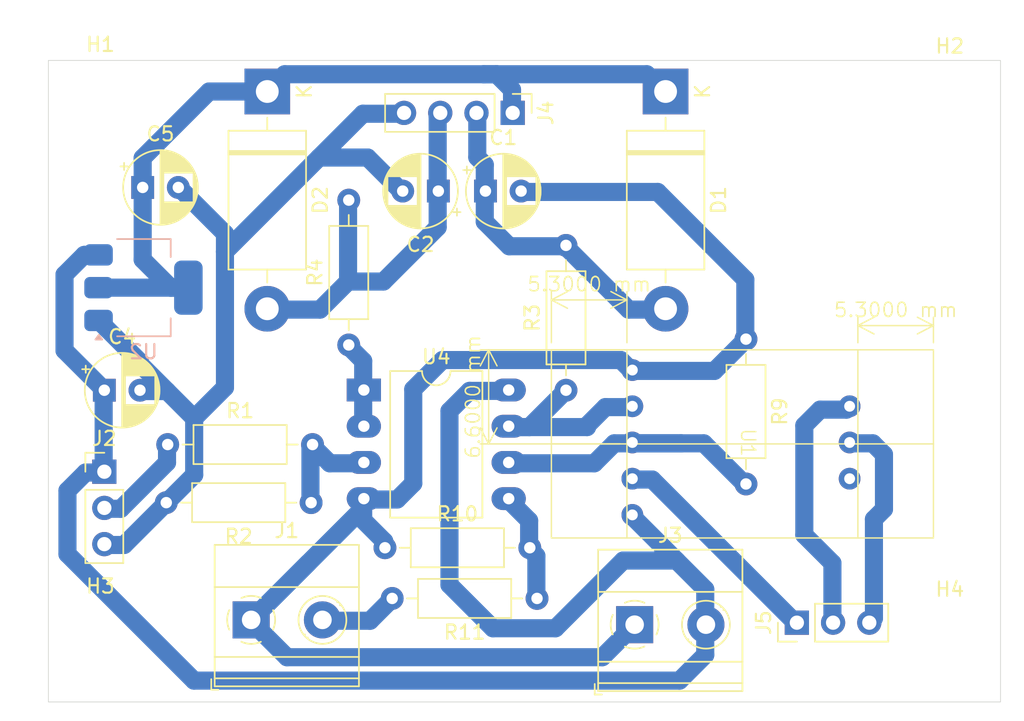
<source format=kicad_pcb>
(kicad_pcb (version 20240108) (generator "pcbnew") (generator_version "8.0")
  (layers (0 "F.Cu" signal) (31 "B.Cu" signal) (34 "B.Paste" user) (35 "F.Paste" user) (36 "B.SilkS" user "B.Silkscreen") (37 "F.SilkS" user "F.Silkscreen") (38 "B.Mask" user) (39 "F.Mask" user) (44 "Edge.Cuts" user))
  (net 0 "")
  (net 1 "Net-(D1-A)")
  (net 2 "GND")
  (net 3 "Net-(D2-A)")
  (net 4 "+5V")
  (net 5 "+3.3V")
  (net 6 "Vpanel")
  (net 7 "Vcurrent")
  (net 8 "DIR")
  (net 9 "POT_CS")
  (net 10 "STEP")
  (net 11 "Net-(U4A-+)")
  (net 12 "Pot+")
  (net 13 "Vamp1")
  (net 14 "Pot-")
  (net 15 "Net-(U4B-+)")
  (footprint "TerminalBlock_Phoenix:TerminalBlock_Phoenix_MKDS-1,5-2_1x02_P5.00mm_Horizontal" (layer "F.Cu") (at 141.975 75.5)
    (property "Reference" "J3" (at 2.5 -6.26 0) (layer "F.SilkS"))
    (property "Value" "Screw_Terminal_01x02")
    (pad "1" thru_hole rect (at 0 0) (size 2.6 2.6) (drill 1.3) (layers "*.Cu" "*.Mask") (net 2 "GND"))
    (pad "2" thru_hole circle (at 5 0) (size 2.6 2.6) (drill 1.3) (layers "*.Cu" "*.Mask") (net 4 "+5V"))
  )
  (footprint "Resistor_THT:R_Axial_DIN0207_L6.3mm_D2.5mm_P10.16mm_Horizontal" (layer "F.Cu") (at 109.22 62.865)
    (property "Reference" "R1" (at 5.08 -2.37 0) (layer "F.SilkS"))
    (property "Value" "22k")
    (pad "1" thru_hole circle (at 0 0) (size 1.6 1.6) (drill 0.8) (layers "*.Cu" "*.Mask") (net 7 "Vcurrent"))
    (pad "2" thru_hole oval (at 10.16 0) (size 1.6 1.6) (drill 0.8) (layers "*.Cu" "*.Mask") (net 11 "Net-(U4A-+)"))
  )
  (footprint "Capacitor_THT:CP_Radial_D5.0mm_P2.50mm" (layer "F.Cu") (at 104.775 59.055)
    (property "Reference" "C4" (at 1.25 -3.75 0) (layer "F.SilkS"))
    (property "Value" "10u")
    (pad "1" thru_hole rect (at 0 0) (size 1.6 1.6) (drill 0.8) (layers "*.Cu" "*.Mask") (net 4 "+5V"))
    (pad "2" thru_hole circle (at 2.5 0) (size 1.6 1.6) (drill 0.8) (layers "*.Cu" "*.Mask") (net 2 "GND"))
  )
  (footprint "Connector_PinHeader_2.54mm:PinHeader_1x03_P2.54mm_Vertical" (layer "F.Cu") (at 153.355 75.36 90)
    (property "Reference" "J5" (at 0 -2.33 -90) (layer "F.SilkS"))
    (property "Value" "Conn_01x03_Pin")
    (pad "1" thru_hole rect (at 0 0 90) (size 1.7 1.7) (drill 1) (layers "*.Cu" "*.Mask") (net 9 "POT_CS"))
    (pad "2" thru_hole oval (at 0 2.54 90) (size 1.7 1.7) (drill 1) (layers "*.Cu" "*.Mask") (net 10 "STEP"))
    (pad "3" thru_hole oval (at 0 5.08 90) (size 1.7 1.7) (drill 1) (layers "*.Cu" "*.Mask") (net 8 "DIR"))
  )
  (footprint "Resistor_THT:R_Axial_DIN0207_L6.3mm_D2.5mm_P10.16mm_Horizontal" (layer "F.Cu") (at 137.16 59.055 90)
    (property "Reference" "R3" (at 5.08 -2.37 -90) (layer "F.SilkS"))
    (property "Value" "4.7k")
    (pad "1" thru_hole circle (at 0 0 90) (size 1.6 1.6) (drill 0.8) (layers "*.Cu" "*.Mask") (net 12 "Pot+"))
    (pad "2" thru_hole oval (at 10.16 0 90) (size 1.6 1.6) (drill 0.8) (layers "*.Cu" "*.Mask") (net 1 "Net-(D1-A)"))
  )
  (footprint "Connector_PinHeader_2.54mm:PinHeader_1x04_P2.54mm_Vertical" (layer "F.Cu") (at 133.42 39.6 -90)
    (property "Reference" "J4" (at 0 -2.33 90) (layer "F.SilkS"))
    (property "Value" "Conn_01x04_Pin")
    (pad "1" thru_hole rect (at 0 0 270) (size 1.7 1.7) (drill 1) (layers "*.Cu" "*.Mask") (net 5 "+3.3V"))
    (pad "2" thru_hole oval (at 0 2.54 270) (size 1.7 1.7) (drill 1) (layers "*.Cu" "*.Mask") (net 1 "Net-(D1-A)"))
    (pad "3" thru_hole oval (at 0 5.08 270) (size 1.7 1.7) (drill 1) (layers "*.Cu" "*.Mask") (net 3 "Net-(D2-A)"))
    (pad "4" thru_hole oval (at 0 7.62 270) (size 1.7 1.7) (drill 1) (layers "*.Cu" "*.Mask") (net 2 "GND"))
  )
  (footprint "Capacitor_THT:CP_Radial_D5.0mm_P2.50mm" (layer "F.Cu") (at 107.464888 44.83)
    (property "Reference" "C5" (at 1.25 -3.75 360) (layer "F.SilkS"))
    (property "Value" "10u")
    (pad "1" thru_hole rect (at 0 0) (size 1.6 1.6) (drill 0.8) (layers "*.Cu" "*.Mask") (net 5 "+3.3V"))
    (pad "2" thru_hole circle (at 2.5 0) (size 1.6 1.6) (drill 0.8) (layers "*.Cu" "*.Mask") (net 2 "GND"))
  )
  (footprint "Resistor_THT:R_Axial_DIN0207_L6.3mm_D2.5mm_P10.16mm_Horizontal" (layer "F.Cu") (at 121.92 55.88 90)
    (property "Reference" "R4" (at 5.08 -2.37 -90) (layer "F.SilkS"))
    (property "Value" "4.7k")
    (pad "1" thru_hole circle (at 0 0 90) (size 1.6 1.6) (drill 0.8) (layers "*.Cu" "*.Mask") (net 13 "Vamp1"))
    (pad "2" thru_hole oval (at 10.16 0 90) (size 1.6 1.6) (drill 0.8) (layers "*.Cu" "*.Mask") (net 3 "Net-(D2-A)"))
  )
  (footprint "RF_GPS:X9C103S" (layer "F.Cu") (at 149.435 62.72 -90)
    (property "Reference" "U1" (at 0 -0.5 -90) (layer "F.SilkS") (effects (font (thickness 0.1))))
    (property "Value" "X9C103S")
    (pad "1" thru_hole circle (at -2.54 -7.62 270) (size 1.524 1.524) (drill 0.762) (layers "*.Cu" "*.Mask") (net 10 "STEP"))
    (pad "2" thru_hole circle (at 0 -7.62 270) (size 1.524 1.524) (drill 0.762) (layers "*.Cu" "*.Mask") (net 8 "DIR"))
    (pad "3" thru_hole circle (at 2.54 -7.62 270) (size 1.524 1.524) (drill 0.762) (layers "*.Cu" "*.Mask"))
    (pad "4" thru_hole circle (at -5.08 7.62 270) (size 1.524 1.524) (drill 0.762) (layers "*.Cu" "*.Mask") (net 2 "GND"))
    (pad "5" thru_hole circle (at -2.54 7.62 270) (size 1.524 1.524) (drill 0.762) (layers "*.Cu" "*.Mask") (net 12 "Pot+"))
    (pad "6" thru_hole circle (at 0 7.62 270) (size 1.524 1.524) (drill 0.762) (layers "*.Cu" "*.Mask") (net 14 "Pot-"))
    (pad "7" thru_hole circle (at 2.54 7.62 270) (size 1.524 1.524) (drill 0.762) (layers "*.Cu" "*.Mask") (net 9 "POT_CS"))
    (pad "8" thru_hole circle (at 5.08 7.62 270) (size 1.524 1.524) (drill 0.762) (layers "*.Cu" "*.Mask") (net 4 "+5V"))
  )
  (footprint "Diode_THT:D_DO-201AD_P15.24mm_Horizontal" (layer "F.Cu") (at 116.205 38.1 -90)
    (property "Reference" "D2" (at 7.62 -3.72 90) (layer "F.SilkS"))
    (property "Value" "1N5822")
    (fp_text user "K" (at 0 -2.6 90) (layer "F.SilkS"))
    (pad "1" thru_hole rect (at 0 0 270) (size 3.2 3.2) (drill 1.6) (layers "*.Cu" "*.Mask") (net 5 "+3.3V"))
    (pad "2" thru_hole oval (at 15.24 0 270) (size 3.2 3.2) (drill 1.6) (layers "*.Cu" "*.Mask") (net 3 "Net-(D2-A)"))
  )
  (footprint "Diode_THT:D_DO-201AD_P15.24mm_Horizontal" (layer "F.Cu") (at 144.145 38.1 -90)
    (property "Reference" "D1" (at 7.62 -3.72 90) (layer "F.SilkS"))
    (property "Value" "1N5822")
    (fp_text user "K" (at 0 -2.6 90) (layer "F.SilkS"))
    (pad "1" thru_hole rect (at 0 0 270) (size 3.2 3.2) (drill 1.6) (layers "*.Cu" "*.Mask") (net 5 "+3.3V"))
    (pad "2" thru_hole oval (at 15.24 0 270) (size 3.2 3.2) (drill 1.6) (layers "*.Cu" "*.Mask") (net 1 "Net-(D1-A)"))
  )
  (footprint "Resistor_THT:R_Axial_DIN0207_L6.3mm_D2.5mm_P10.16mm_Horizontal" (layer "F.Cu") (at 135.128 73.66 180)
    (property "Reference" "R11" (at 5.08 -2.37 180) (layer "F.SilkS"))
    (property "Value" "100k")
    (pad "1" thru_hole circle (at 0 0 180) (size 1.6 1.6) (drill 0.8) (layers "*.Cu" "*.Mask") (net 15 "Net-(U4B-+)"))
    (pad "2" thru_hole oval (at 10.16 0 180) (size 1.6 1.6) (drill 0.8) (layers "*.Cu" "*.Mask") (net 6 "Vpanel"))
  )
  (footprint "Connector_PinHeader_2.54mm:PinHeader_1x03_P2.54mm_Vertical" (layer "F.Cu") (at 104.775 64.77)
    (property "Reference" "J2" (at 0 -2.33 0) (layer "F.SilkS"))
    (property "Value" "Conn_01x03_Socket")
    (pad "1" thru_hole rect (at 0 0) (size 1.7 1.7) (drill 1) (layers "*.Cu" "*.Mask") (net 4 "+5V"))
    (pad "2" thru_hole oval (at 0 2.54) (size 1.7 1.7) (drill 1) (layers "*.Cu" "*.Mask") (net 7 "Vcurrent"))
    (pad "3" thru_hole oval (at 0 5.08) (size 1.7 1.7) (drill 1) (layers "*.Cu" "*.Mask") (net 2 "GND"))
  )
  (footprint "MountingHole:MountingHole_3.2mm_M3" (layer "F.Cu") (at 164.084 39.116)
    (property "Reference" "H2" (at 0 -4.2 0) (layer "F.SilkS"))
    (property "Value" "MountingHole")
    (pad "" np_thru_hole circle (at 0 0) (size 3.2 3.2) (drill 3.2) (layers "*.Cu" "*.Mask"))
  )
  (footprint "Resistor_THT:R_Axial_DIN0207_L6.3mm_D2.5mm_P10.16mm_Horizontal" (layer "F.Cu") (at 149.785 55.47 -90)
    (property "Reference" "R9" (at 5.08 -2.37 90) (layer "F.SilkS"))
    (property "Value" "1.5k")
    (pad "1" thru_hole circle (at 0 0 270) (size 1.6 1.6) (drill 0.8) (layers "*.Cu" "*.Mask") (net 2 "GND"))
    (pad "2" thru_hole oval (at 10.16 0 270) (size 1.6 1.6) (drill 0.8) (layers "*.Cu" "*.Mask") (net 14 "Pot-"))
  )
  (footprint "Capacitor_THT:CP_Radial_D5.0mm_P2.50mm" (layer "F.Cu") (at 131.509888 45.085)
    (property "Reference" "C1" (at 1.25 -3.75 0) (layer "F.SilkS"))
    (property "Value" "1u")
    (pad "1" thru_hole rect (at 0 0) (size 1.6 1.6) (drill 0.8) (layers "*.Cu" "*.Mask") (net 1 "Net-(D1-A)"))
    (pad "2" thru_hole circle (at 2.5 0) (size 1.6 1.6) (drill 0.8) (layers "*.Cu" "*.Mask") (net 2 "GND"))
  )
  (footprint "MountingHole:MountingHole_3.2mm_M3" (layer "F.Cu") (at 104.5 39)
    (property "Reference" "H1" (at 0 -4.2 0) (layer "F.SilkS"))
    (property "Value" "MountingHole")
    (pad "" np_thru_hole circle (at 0 0) (size 3.2 3.2) (drill 3.2) (layers "*.Cu" "*.Mask"))
  )
  (footprint "Package_DIP:DIP-8_W10.16mm_LongPads" (layer "F.Cu") (at 122.98 59.04)
    (property "Reference" "U4" (at 5.08 -2.33 0) (layer "F.SilkS"))
    (property "Value" "LM358")
    (pad "1" thru_hole rect (at 0 0) (size 2.4 1.6) (drill 0.8) (layers "*.Cu" "*.Mask") (net 13 "Vamp1"))
    (pad "2" thru_hole oval (at 0 2.54) (size 2.4 1.6) (drill 0.8) (layers "*.Cu" "*.Mask") (net 13 "Vamp1"))
    (pad "3" thru_hole oval (at 0 5.08) (size 2.4 1.6) (drill 0.8) (layers "*.Cu" "*.Mask") (net 11 "Net-(U4A-+)"))
    (pad "4" thru_hole oval (at 0 7.62) (size 2.4 1.6) (drill 0.8) (layers "*.Cu" "*.Mask") (net 2 "GND"))
    (pad "5" thru_hole oval (at 10.16 7.62) (size 2.4 1.6) (drill 0.8) (layers "*.Cu" "*.Mask") (net 15 "Net-(U4B-+)"))
    (pad "6" thru_hole oval (at 10.16 5.08) (size 2.4 1.6) (drill 0.8) (layers "*.Cu" "*.Mask") (net 14 "Pot-"))
    (pad "7" thru_hole oval (at 10.16 2.54) (size 2.4 1.6) (drill 0.8) (layers "*.Cu" "*.Mask") (net 12 "Pot+"))
    (pad "8" thru_hole oval (at 10.16 0) (size 2.4 1.6) (drill 0.8) (layers "*.Cu" "*.Mask") (net 4 "+5V"))
  )
  (footprint "MountingHole:MountingHole_3.2mm_M3" (layer "F.Cu") (at 104.5 77)
    (property "Reference" "H3" (at 0 -4.2 0) (layer "F.SilkS"))
    (property "Value" "MountingHole")
    (pad "" np_thru_hole circle (at 0 0) (size 3.2 3.2) (drill 3.2) (layers "*.Cu" "*.Mask"))
  )
  (footprint "Resistor_THT:R_Axial_DIN0207_L6.3mm_D2.5mm_P10.16mm_Horizontal" (layer "F.Cu") (at 119.28 66.94 180)
    (property "Reference" "R2" (at 5.08 -2.37 180) (layer "F.SilkS"))
    (property "Value" "10k")
    (pad "1" thru_hole circle (at 0 0 180) (size 1.6 1.6) (drill 0.8) (layers "*.Cu" "*.Mask") (net 11 "Net-(U4A-+)"))
    (pad "2" thru_hole oval (at 10.16 0 180) (size 1.6 1.6) (drill 0.8) (layers "*.Cu" "*.Mask") (net 2 "GND"))
  )
  (footprint "Capacitor_THT:CP_Radial_D5.0mm_P2.50mm" (layer "F.Cu") (at 128.205113 45.085 180)
    (property "Reference" "C2" (at 1.25 -3.75 180) (layer "F.SilkS"))
    (property "Value" "1u")
    (pad "1" thru_hole rect (at 0 0 180) (size 1.6 1.6) (drill 0.8) (layers "*.Cu" "*.Mask") (net 3 "Net-(D2-A)"))
    (pad "2" thru_hole circle (at 2.5 0 180) (size 1.6 1.6) (drill 0.8) (layers "*.Cu" "*.Mask") (net 2 "GND"))
  )
  (footprint "Resistor_THT:R_Axial_DIN0207_L6.3mm_D2.5mm_P10.16mm_Horizontal" (layer "F.Cu") (at 124.46 70.104)
    (property "Reference" "R10" (at 5.08 -2.37 0) (layer "F.SilkS"))
    (property "Value" "2.2k")
    (pad "1" thru_hole circle (at 0 0) (size 1.6 1.6) (drill 0.8) (layers "*.Cu" "*.Mask") (net 2 "GND"))
    (pad "2" thru_hole oval (at 10.16 0) (size 1.6 1.6) (drill 0.8) (layers "*.Cu" "*.Mask") (net 15 "Net-(U4B-+)"))
  )
  (footprint "TerminalBlock_Phoenix:TerminalBlock_Phoenix_MKDS-1,5-2_1x02_P5.00mm_Horizontal" (layer "F.Cu") (at 115.075 75.165)
    (property "Reference" "J1" (at 2.5 -6.26 0) (layer "F.SilkS"))
    (property "Value" "Screw_Terminal_01x02")
    (pad "1" thru_hole rect (at 0 0) (size 2.6 2.6) (drill 1.3) (layers "*.Cu" "*.Mask") (net 2 "GND"))
    (pad "2" thru_hole circle (at 5 0) (size 2.6 2.6) (drill 1.3) (layers "*.Cu" "*.Mask") (net 6 "Vpanel"))
  )
  (footprint "MountingHole:MountingHole_3.2mm_M3" (layer "F.Cu") (at 164.084 77.216)
    (property "Reference" "H4" (at 0 -4.2 0) (layer "F.SilkS"))
    (property "Value" "MountingHole")
    (pad "" np_thru_hole circle (at 0 0) (size 3.2 3.2) (drill 3.2) (layers "*.Cu" "*.Mask"))
  )
  (footprint "Package_TO_SOT_SMD:SOT-223-3_TabPin2" (layer "B.Cu") (at 107.52 51.86)
    (property "Reference" "U2" (at 0 4.5 360) (layer "B.SilkS") (effects (justify mirror)))
    (property "Value" "AMS1117-3.3")
    (pad "1" smd roundrect (at -3.15 2.3) (size 2 1.5) (layers "B.Cu" "B.Paste" "B.Mask") (net 2 "GND"))
    (pad "2" smd roundrect (at -3.15 0) (size 2 1.5) (layers "B.Cu" "B.Paste" "B.Mask") (net 5 "+3.3V"))
    (pad "2" smd roundrect (at 3.15 0) (size 2 3.8) (layers "B.Cu" "B.Paste" "B.Mask") (net 5 "+3.3V"))
    (pad "3" smd roundrect (at -3.15 -2.3) (size 2 1.5) (layers "B.Cu" "B.Paste" "B.Mask") (net 4 "+5V"))
  )
  (gr_rect (start 100.848 35.92) (end 167.64 80.92) (stroke (width 0.05)) (fill none) (layer "Edge.Cuts"))
  (segment (start 131.462888 45.145) (end 131.462888 47.241888) (width 1.27) (layer "B.Cu") (net 1))
  (segment (start 133.176 48.955) (end 137.113 48.955) (width 1.27) (layer "B.Cu") (net 1))
  (segment (start 130.937 39.764) (end 130.937 42.714112) (width 1.27) (layer "B.Cu") (net 1))
  (segment (start 130.833 39.66) (end 130.937 39.764) (width 1.27) (layer "B.Cu") (net 1))
  (segment (start 131.462888 45.145) (end 131.462888 43.24) (width 1.27) (layer "B.Cu") (net 1))
  (segment (start 131.462888 47.241888) (end 133.176 48.955) (width 1.27) (layer "B.Cu") (net 1))
  (segment (start 130.937 42.714112) (end 131.462888 43.24) (width 1.27) (layer "B.Cu") (net 1))
  (segment (start 141.558 53.4) (end 137.113 48.955) (width 1.27) (layer "B.Cu") (net 1))
  (segment (start 144.098 53.4) (end 141.558 53.4) (width 1.27) (layer "B.Cu") (net 1))
  (segment (start 125.317 66.72) (end 126.445 65.592) (width 1.27) (layer "B.Cu") (net 2))
  (segment (start 139.704 77.784) (end 141.928 75.56) (width 1.27) (layer "B.Cu") (net 2))
  (segment (start 124.413 69.656) (end 124.413 70.164) (width 1.27) (layer "B.Cu") (net 2))
  (segment (start 119.841 42.732) (end 123.245113 42.732) (width 1.27) (layer "B.Cu") (net 2))
  (segment (start 122.913 39.66) (end 119.841 42.732) (width 1.27) (layer "B.Cu") (net 2))
  (segment (start 113.237 49.336) (end 119.841 42.732) (width 1.27) (layer "B.Cu") (net 2))
  (segment (start 126.445 58.988) (end 128.494999 56.938001) (width 1.27) (layer "B.Cu") (net 2))
  (segment (start 117.587 77.784) (end 139.704 77.784) (width 1.27) (layer "B.Cu") (net 2))
  (segment (start 109.173 59.115) (end 107.268 57.21) (width 1.27) (layer "B.Cu") (net 2))
  (segment (start 106.163 69.91) (end 109.073 67) (width 1.27) (layer "B.Cu") (net 2))
  (segment (start 111.078 61.02) (end 113.237 58.861) (width 1.27) (layer "B.Cu") (net 2))
  (segment (start 111.078 61.02) (end 109.173 59.115) (width 1.27) (layer "B.Cu") (net 2))
  (segment (start 113.237 58.861) (end 113.237 49.336) (width 1.27) (layer "B.Cu") (net 2))
  (segment (start 122.933 68.176) (end 124.413 69.656) (width 1.27) (layer "B.Cu") (net 2))
  (segment (start 104.728 69.91) (end 106.163 69.91) (width 1.27) (layer "B.Cu") (net 2))
  (segment (start 147.568 57.7) (end 141.768 57.7) (width 1.27) (layer "B.Cu") (net 2))
  (segment (start 107.268 57.21) (end 107.268 57.058) (width 1.27) (layer "B.Cu") (net 2))
  (segment (start 109.173 59.115) (end 107.228 59.115) (width 1.27) (layer "B.Cu") (net 2))
  (segment (start 109.073 67) (end 111.078 64.995) (width 1.27) (layer "B.Cu") (net 2))
  (segment (start 107.268 57.058) (end 104.37 54.16) (width 1.27) (layer "B.Cu") (net 2))
  (segment (start 119.073 71.18) (end 115.028 75.225) (width 1.27) (layer "B.Cu") (net 2))
  (segment (start 128.494999 56.938001) (end 141.006001 56.938001) (width 1.27) (layer "B.Cu") (net 2))
  (segment (start 113.237 48.067) (end 113.237 49.336) (width 1.27) (layer "B.Cu") (net 2))
  (segment (start 110 44.83) (end 113.237 48.067) (width 1.27) (layer "B.Cu") (net 2))
  (segment (start 122.933 66.72) (end 125.317 66.72) (width 1.27) (layer "B.Cu") (net 2))
  (segment (start 126.445 65.592) (end 126.445 58.988) (width 1.27) (layer "B.Cu") (net 2))
  (segment (start 149.738 55.53) (end 147.568 57.7) (width 1.27) (layer "B.Cu") (net 2))
  (segment (start 109.964888 44.83) (end 110 44.83) (width 1.27) (layer "B.Cu") (net 2))
  (segment (start 149.738 51.293) (end 143.59 45.145) (width 1.27) (layer "B.Cu") (net 2))
  (segment (start 125.753 39.66) (end 122.913 39.66) (width 1.27) (layer "B.Cu") (net 2))
  (segment (start 141.006001 56.938001) (end 141.768 57.7) (width 1.27) (layer "B.Cu") (net 2))
  (segment (start 122.933 66.72) (end 122.933 68.176) (width 1.27) (layer "B.Cu") (net 2))
  (segment (start 122.933 67.32) (end 115.028 75.225) (width 1.27) (layer "B.Cu") (net 2))
  (segment (start 115.028 75.225) (end 117.587 77.784) (width 1.27) (layer "B.Cu") (net 2))
  (segment (start 143.59 45.145) (end 133.962888 45.145) (width 1.27) (layer "B.Cu") (net 2))
  (segment (start 111.078 64.995) (end 111.078 61.02) (width 1.27) (layer "B.Cu") (net 2))
  (segment (start 123.245113 42.732) (end 125.658113 45.145) (width 1.27) (layer "B.Cu") (net 2))
  (segment (start 149.738 55.53) (end 149.738 51.293) (width 1.27) (layer "B.Cu") (net 2))
  (segment (start 122.933 66.72) (end 122.933 67.32) (width 1.27) (layer "B.Cu") (net 2))
  (segment (start 121.873 51.430113) (end 119.903113 53.4) (width 1.27) (layer "B.Cu") (net 3))
  (segment (start 121.873 45.78) (end 121.873 51.430113) (width 1.27) (layer "B.Cu") (net 3))
  (segment (start 124.350887 51.430113) (end 121.873 51.430113) (width 1.27) (layer "B.Cu") (net 3))
  (segment (start 128.158113 45.145) (end 128.158113 39.794887) (width 1.27) (layer "B.Cu") (net 3))
  (segment (start 128.158113 45.145) (end 128.158113 47.622887) (width 1.27) (layer "B.Cu") (net 3))
  (segment (start 116.158 53.4) (end 119.903113 53.4) (width 1.27) (layer "B.Cu") (net 3))
  (segment (start 128.158113 47.622887) (end 124.350887 51.430113) (width 1.27) (layer "B.Cu") (net 3))
  (segment (start 128.158113 39.794887) (end 128.293 39.66) (width 1.27) (layer "B.Cu") (net 3))
  (segment (start 136.42106 75.752) (end 132.033 75.752) (width 1.27) (layer "B.Cu") (net 4))
  (segment (start 146.928 77.621) (end 146.928 75.56) (width 1.27) (layer "B.Cu") (net 4))
  (segment (start 103.458 64.83) (end 102.188 66.1) (width 1.27) (layer "B.Cu") (net 4))
  (segment (start 146.928 73.02) (end 144.9105 71.0025) (width 1.27) (layer "B.Cu") (net 4))
  (segment (start 101.983 56.263) (end 104.775 59.055) (width 1.27) (layer "B.Cu") (net 4))
  (segment (start 101.983 50.947) (end 101.983 56.263) (width 1.27) (layer "B.Cu") (net 4))
  (segment (start 104.728 59.115) (end 104.728 64.83) (width 1.27) (layer "B.Cu") (net 4))
  (segment (start 102.188 66.1) (end 102.188 70.545) (width 1.27) (layer "B.Cu") (net 4))
  (segment (start 132.033 75.752) (end 128.985 72.704) (width 1.27) (layer "B.Cu") (net 4))
  (segment (start 130.397 59.1) (end 133.093 59.1) (width 1.27) (layer "B.Cu") (net 4))
  (segment (start 104.37 49.56) (end 103.37 49.56) (width 1.27) (layer "B.Cu") (net 4))
  (segment (start 102.188 70.545) (end 111.068 79.425) (width 1.27) (layer "B.Cu") (net 4))
  (segment (start 128.985 72.704) (end 128.985 60.512) (width 1.27) (layer "B.Cu") (net 4))
  (segment (start 145.124 79.425) (end 146.928 77.621) (width 1.27) (layer "B.Cu") (net 4))
  (segment (start 144.9105 71.0025) (end 141.17056 71.0025) (width 1.27) (layer "B.Cu") (net 4))
  (segment (start 104.728 64.83) (end 103.458 64.83) (width 1.27) (layer "B.Cu") (net 4))
  (segment (start 146.928 75.56) (end 146.928 73.02) (width 1.27) (layer "B.Cu") (net 4))
  (segment (start 103.37 49.56) (end 101.983 50.947) (width 1.27) (layer "B.Cu") (net 4))
  (segment (start 128.985 60.512) (end 130.397 59.1) (width 1.27) (layer "B.Cu") (net 4))
  (segment (start 141.17056 71.0025) (end 136.42106 75.752) (width 1.27) (layer "B.Cu") (net 4))
  (segment (start 111.068 79.425) (end 145.124 79.425) (width 1.27) (layer "B.Cu") (net 4))
  (segment (start 144.9105 71.0025) (end 141.768 67.86) (width 1.27) (layer "B.Cu") (net 4))
  (segment (start 133.373 39.66) (end 133.373 37.976) (width 1.27) (layer "B.Cu") (net 5))
  (segment (start 109.43 51.86) (end 107.464888 49.894888) (width 1.27) (layer "B.Cu") (net 5))
  (segment (start 112.124888 38.1) (end 116.205 38.1) (width 1.27) (layer "B.Cu") (net 5))
  (segment (start 133.373 37.976) (end 132.287 36.89) (width 1.27) (layer "B.Cu") (net 5))
  (segment (start 116.158 38.16) (end 117.428 36.89) (width 1.27) (layer "B.Cu") (net 5))
  (segment (start 104.37 51.86) (end 110.67 51.86) (width 1.27) (layer "B.Cu") (net 5))
  (segment (start 107.464888 49.894888) (end 107.464888 44.83) (width 1.27) (layer "B.Cu") (net 5))
  (segment (start 142.828 36.89) (end 144.098 38.16) (width 1.27) (layer "B.Cu") (net 5))
  (segment (start 107.464888 42.76) (end 112.124888 38.1) (width 1.27) (layer "B.Cu") (net 5))
  (segment (start 131.398 36.89) (end 142.828 36.89) (width 1.27) (layer "B.Cu") (net 5))
  (segment (start 132.287 36.89) (end 131.398 36.89) (width 1.27) (layer "B.Cu") (net 5))
  (segment (start 107.464888 44.83) (end 107.464888 42.76) (width 1.27) (layer "B.Cu") (net 5))
  (segment (start 110.67 51.86) (end 109.43 51.86) (width 1.27) (layer "B.Cu") (net 5))
  (segment (start 117.428 36.89) (end 131.398 36.89) (width 1.27) (layer "B.Cu") (net 5))
  (segment (start 120.028 75.225) (end 123.416 75.225) (width 1.27) (layer "B.Cu") (net 6))
  (segment (start 123.416 75.225) (end 124.921 73.72) (width 1.27) (layer "B.Cu") (net 6))
  (segment (start 105.930081 67.37) (end 109.173 64.127081) (width 1.27) (layer "B.Cu") (net 7))
  (segment (start 104.728 67.37) (end 105.930081 67.37) (width 1.27) (layer "B.Cu") (net 7))
  (segment (start 109.173 64.127081) (end 109.173 62.925) (width 1.27) (layer "B.Cu") (net 7))
  (segment (start 158.7605 68.1015) (end 158.7605 75.0475) (width 1.27) (layer "B.Cu") (net 8))
  (segment (start 158.7605 75.0475) (end 158.388 75.42) (width 1.27) (layer "B.Cu") (net 8))
  (segment (start 159.465 67.397) (end 158.7605 68.1015) (width 1.27) (layer "B.Cu") (net 8))
  (segment (start 159.465 63.56) (end 159.465 67.397) (width 1.27) (layer "B.Cu") (net 8))
  (segment (start 157.008 62.78) (end 158.685 62.78) (width 1.27) (layer "B.Cu") (net 8))
  (segment (start 158.685 62.78) (end 159.465 63.56) (width 1.27) (layer "B.Cu") (net 8))
  (segment (start 143.208 65.32) (end 153.308 75.42) (width 1.27) (layer "B.Cu") (net 9))
  (segment (start 141.768 65.32) (end 143.208 65.32) (width 1.27) (layer "B.Cu") (net 9))
  (segment (start 155.848 71.18) (end 155.848 75.42) (width 1.27) (layer "B.Cu") (net 10))
  (segment (start 153.877 69.209) (end 155.848 71.18) (width 1.27) (layer "B.Cu") (net 10))
  (segment (start 153.877 61.528) (end 153.877 69.209) (width 1.27) (layer "B.Cu") (net 10))
  (segment (start 154.9875 60.4175) (end 153.877 61.528) (width 1.27) (layer "B.Cu") (net 10))
  (segment (start 156.8305 60.4175) (end 154.9875 60.4175) (width 1.27) (layer "B.Cu") (net 10))
  (segment (start 157.008 60.24) (end 156.8305 60.4175) (width 1.27) (layer "B.Cu") (net 10))
  (segment (start 119.233 63.025) (end 119.333 62.925) (width 1.27) (layer "B.Cu") (net 11))
  (segment (start 119.233 67) (end 119.233 63.025) (width 1.27) (layer "B.Cu") (net 11))
  (segment (start 122.933 64.18) (end 120.588 64.18) (width 1.27) (layer "B.Cu") (net 11))
  (segment (start 120.588 64.18) (end 119.333 62.925) (width 1.27) (layer "B.Cu") (net 11))
  (segment (start 138.637 61.528) (end 138.637 61.64) (width 1.27) (layer "B.Cu") (net 12))
  (segment (start 141.768 60.24) (end 139.925 60.24) (width 1.27) (layer "B.Cu") (net 12))
  (segment (start 137.113 59.115) (end 134.588 61.64) (width 1.27) (layer "B.Cu") (net 12))
  (segment (start 139.925 60.24) (end 138.637 61.528) (width 1.27) (layer "B.Cu") (net 12))
  (segment (start 138.637 61.64) (end 133.093 61.64) (width 1.27) (layer "B.Cu") (net 12))
  (segment (start 134.588 61.64) (end 133.093 61.64) (width 1.27) (layer "B.Cu") (net 12))
  (segment (start 122.933 57) (end 121.873 55.94) (width 1.27) (layer "B.Cu") (net 13))
  (segment (start 122.933 59.1) (end 122.933 61.64) (width 1.27) (layer "B.Cu") (net 13))
  (segment (start 122.933 59.1) (end 122.933 57) (width 1.27) (layer "B.Cu") (net 13))
  (segment (start 149.738 65.69) (end 146.828 62.78) (width 1.27) (layer "B.Cu") (net 14))
  (segment (start 145.241 62.78) (end 140.545 62.78) (width 1.27) (layer "B.Cu") (net 14))
  (segment (start 139.145 64.18) (end 133.093 64.18) (width 1.27) (layer "B.Cu") (net 14))
  (segment (start 145.241 62.78) (end 141.768 62.78) (width 1.27) (layer "B.Cu") (net 14))
  (segment (start 146.828 62.78) (end 145.241 62.78) (width 1.27) (layer "B.Cu") (net 14))
  (segment (start 140.545 62.78) (end 139.145 64.18) (width 1.27) (layer "B.Cu") (net 14))
  (segment (start 134.573 70.164) (end 134.573 68.2) (width 1.27) (layer "B.Cu") (net 15))
  (segment (start 135.081 70.672) (end 134.573 70.164) (width 1.27) (layer "B.Cu") (net 15))
  (segment (start 135.081 73.72) (end 135.081 70.672) (width 1.27) (layer "B.Cu") (net 15))
  (segment (start 134.573 68.2) (end 133.093 66.72) (width 1.27) (layer "B.Cu") (net 15))
)
</source>
